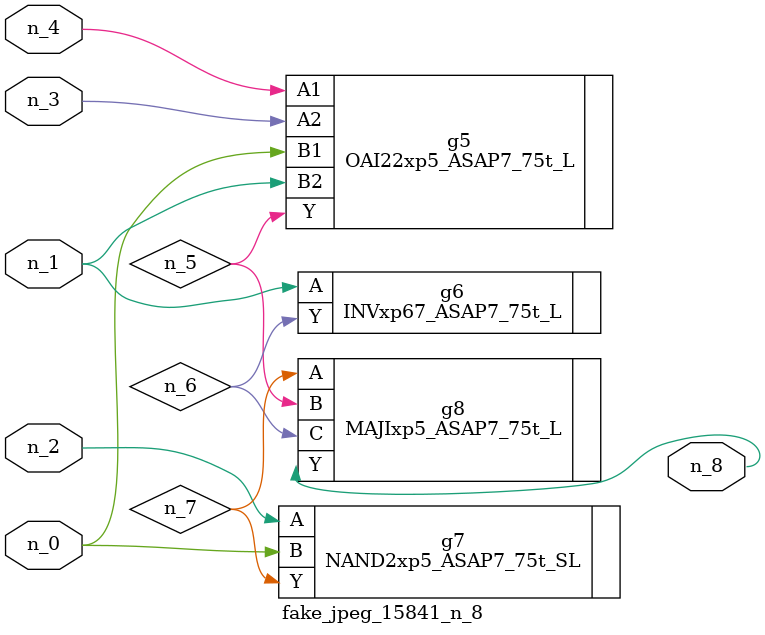
<source format=v>
module fake_jpeg_15841_n_8 (n_3, n_2, n_1, n_0, n_4, n_8);

input n_3;
input n_2;
input n_1;
input n_0;
input n_4;

output n_8;

wire n_6;
wire n_5;
wire n_7;

OAI22xp5_ASAP7_75t_L g5 ( 
.A1(n_4),
.A2(n_3),
.B1(n_0),
.B2(n_1),
.Y(n_5)
);

INVxp67_ASAP7_75t_L g6 ( 
.A(n_1),
.Y(n_6)
);

NAND2xp5_ASAP7_75t_SL g7 ( 
.A(n_2),
.B(n_0),
.Y(n_7)
);

MAJIxp5_ASAP7_75t_L g8 ( 
.A(n_7),
.B(n_5),
.C(n_6),
.Y(n_8)
);


endmodule
</source>
